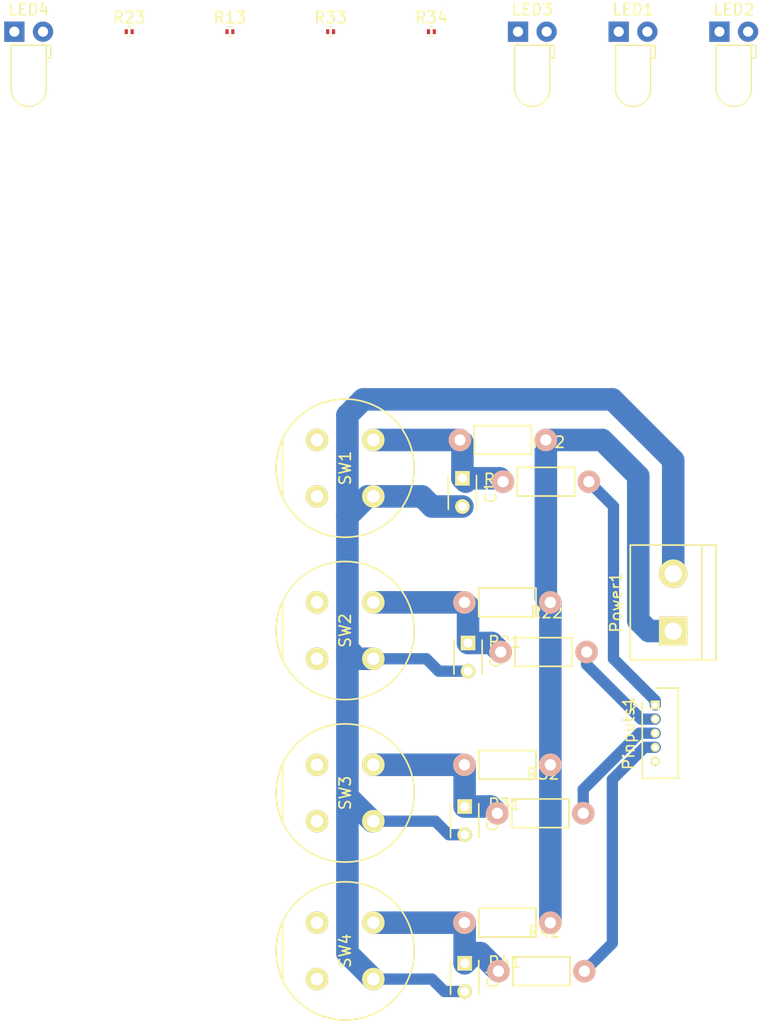
<source format=kicad_pcb>
(kicad_pcb (version 4) (host pcbnew 4.0.6-e0-6349~53~ubuntu16.04.1)

  (general
    (links 40)
    (no_connects 12)
    (area 0 0 0 0)
    (thickness 1.6)
    (drawings 0)
    (tracks 74)
    (zones 0)
    (modules 26)
    (nets 16)
  )

  (page A4)
  (layers
    (0 F.Cu signal)
    (31 B.Cu signal)
    (32 B.Adhes user)
    (33 F.Adhes user)
    (34 B.Paste user)
    (35 F.Paste user)
    (36 B.SilkS user)
    (37 F.SilkS user)
    (38 B.Mask user)
    (39 F.Mask user)
    (40 Dwgs.User user)
    (41 Cmts.User user)
    (42 Eco1.User user)
    (43 Eco2.User user)
    (44 Edge.Cuts user)
    (45 Margin user)
    (46 B.CrtYd user)
    (47 F.CrtYd user)
    (48 B.Fab user)
    (49 F.Fab user)
  )

  (setup
    (last_trace_width 2)
    (trace_clearance 0.2)
    (zone_clearance 0.508)
    (zone_45_only no)
    (trace_min 0.2)
    (segment_width 0.2)
    (edge_width 0.15)
    (via_size 0.6)
    (via_drill 0.4)
    (via_min_size 0.4)
    (via_min_drill 0.3)
    (uvia_size 0.3)
    (uvia_drill 0.1)
    (uvias_allowed no)
    (uvia_min_size 0.2)
    (uvia_min_drill 0.1)
    (pcb_text_width 0.3)
    (pcb_text_size 1.5 1.5)
    (mod_edge_width 0.15)
    (mod_text_size 1 1)
    (mod_text_width 0.15)
    (pad_size 1.524 1.524)
    (pad_drill 0.762)
    (pad_to_mask_clearance 0.2)
    (aux_axis_origin 0 0)
    (visible_elements FFFFFF7F)
    (pcbplotparams
      (layerselection 0x00030_80000001)
      (usegerberextensions false)
      (excludeedgelayer true)
      (linewidth 0.100000)
      (plotframeref false)
      (viasonmask false)
      (mode 1)
      (useauxorigin false)
      (hpglpennumber 1)
      (hpglpenspeed 20)
      (hpglpendiameter 15)
      (hpglpenoverlay 2)
      (psnegative false)
      (psa4output false)
      (plotreference true)
      (plotvalue true)
      (plotinvisibletext false)
      (padsonsilk false)
      (subtractmaskfromsilk false)
      (outputformat 1)
      (mirror false)
      (drillshape 1)
      (scaleselection 1)
      (outputdirectory ""))
  )

  (net 0 "")
  (net 1 "Net-(C1-Pad1)")
  (net 2 GND)
  (net 3 "Net-(C2-Pad1)")
  (net 4 "Net-(C3-Pad1)")
  (net 5 "Net-(C4-Pad1)")
  (net 6 "Net-(Pinputs1-Pad1)")
  (net 7 "Net-(Pinputs1-Pad2)")
  (net 8 "Net-(Pinputs1-Pad3)")
  (net 9 "Net-(Pinputs1-Pad4)")
  (net 10 "Net-(Pinputs1-Pad5)")
  (net 11 +3V3)
  (net 12 "Net-(LED1-Pad2)")
  (net 13 "Net-(LED2-Pad2)")
  (net 14 "Net-(LED3-Pad2)")
  (net 15 "Net-(LED4-Pad2)")

  (net_class Default "This is the default net class."
    (clearance 0.2)
    (trace_width 2)
    (via_dia 0.6)
    (via_drill 0.4)
    (uvia_dia 0.3)
    (uvia_drill 0.1)
    (add_net +3V3)
    (add_net GND)
    (add_net "Net-(C1-Pad1)")
    (add_net "Net-(C2-Pad1)")
    (add_net "Net-(C3-Pad1)")
    (add_net "Net-(C4-Pad1)")
    (add_net "Net-(LED1-Pad2)")
    (add_net "Net-(LED2-Pad2)")
    (add_net "Net-(LED3-Pad2)")
    (add_net "Net-(LED4-Pad2)")
    (add_net "Net-(Pinputs1-Pad1)")
    (add_net "Net-(Pinputs1-Pad2)")
    (add_net "Net-(Pinputs1-Pad3)")
    (add_net "Net-(Pinputs1-Pad4)")
    (add_net "Net-(Pinputs1-Pad5)")
  )

  (module Capacitors_ThroughHole:C_Disc_D3_P2.5 (layer F.Cu) (tedit 0) (tstamp 58E0DC88)
    (at 140.2 71.6 270)
    (descr "Capacitor 3mm Disc, Pitch 2.5mm")
    (tags Capacitor)
    (path /58E0D734)
    (fp_text reference C1 (at 1.25 -2.5 270) (layer F.SilkS)
      (effects (font (size 1 1) (thickness 0.15)))
    )
    (fp_text value 100uF (at 1.25 2.5 270) (layer F.Fab)
      (effects (font (size 1 1) (thickness 0.15)))
    )
    (fp_line (start -0.9 -1.5) (end 3.4 -1.5) (layer F.CrtYd) (width 0.05))
    (fp_line (start 3.4 -1.5) (end 3.4 1.5) (layer F.CrtYd) (width 0.05))
    (fp_line (start 3.4 1.5) (end -0.9 1.5) (layer F.CrtYd) (width 0.05))
    (fp_line (start -0.9 1.5) (end -0.9 -1.5) (layer F.CrtYd) (width 0.05))
    (fp_line (start -0.25 -1.25) (end 2.75 -1.25) (layer F.SilkS) (width 0.15))
    (fp_line (start 2.75 1.25) (end -0.25 1.25) (layer F.SilkS) (width 0.15))
    (pad 1 thru_hole rect (at 0 0 270) (size 1.3 1.3) (drill 0.8) (layers *.Cu *.Mask F.SilkS)
      (net 1 "Net-(C1-Pad1)"))
    (pad 2 thru_hole circle (at 2.5 0 270) (size 1.3 1.3) (drill 0.8001) (layers *.Cu *.Mask F.SilkS)
      (net 2 GND))
    (model Capacitors_ThroughHole.3dshapes/C_Disc_D3_P2.5.wrl
      (at (xyz 0.0492126 0 0))
      (scale (xyz 1 1 1))
      (rotate (xyz 0 0 0))
    )
  )

  (module Capacitors_ThroughHole:C_Disc_D3_P2.5 (layer F.Cu) (tedit 0) (tstamp 58E0DC8E)
    (at 140.7 86.2 270)
    (descr "Capacitor 3mm Disc, Pitch 2.5mm")
    (tags Capacitor)
    (path /58E0DE7F)
    (fp_text reference C2 (at 1.25 -2.5 270) (layer F.SilkS)
      (effects (font (size 1 1) (thickness 0.15)))
    )
    (fp_text value 100uF (at 1.25 2.5 270) (layer F.Fab)
      (effects (font (size 1 1) (thickness 0.15)))
    )
    (fp_line (start -0.9 -1.5) (end 3.4 -1.5) (layer F.CrtYd) (width 0.05))
    (fp_line (start 3.4 -1.5) (end 3.4 1.5) (layer F.CrtYd) (width 0.05))
    (fp_line (start 3.4 1.5) (end -0.9 1.5) (layer F.CrtYd) (width 0.05))
    (fp_line (start -0.9 1.5) (end -0.9 -1.5) (layer F.CrtYd) (width 0.05))
    (fp_line (start -0.25 -1.25) (end 2.75 -1.25) (layer F.SilkS) (width 0.15))
    (fp_line (start 2.75 1.25) (end -0.25 1.25) (layer F.SilkS) (width 0.15))
    (pad 1 thru_hole rect (at 0 0 270) (size 1.3 1.3) (drill 0.8) (layers *.Cu *.Mask F.SilkS)
      (net 3 "Net-(C2-Pad1)"))
    (pad 2 thru_hole circle (at 2.5 0 270) (size 1.3 1.3) (drill 0.8001) (layers *.Cu *.Mask F.SilkS)
      (net 2 GND))
    (model Capacitors_ThroughHole.3dshapes/C_Disc_D3_P2.5.wrl
      (at (xyz 0.0492126 0 0))
      (scale (xyz 1 1 1))
      (rotate (xyz 0 0 0))
    )
  )

  (module Capacitors_ThroughHole:C_Disc_D3_P2.5 (layer F.Cu) (tedit 0) (tstamp 58E0DC94)
    (at 140.4 100.7 270)
    (descr "Capacitor 3mm Disc, Pitch 2.5mm")
    (tags Capacitor)
    (path /58E0E009)
    (fp_text reference C3 (at 1.25 -2.5 270) (layer F.SilkS)
      (effects (font (size 1 1) (thickness 0.15)))
    )
    (fp_text value 100uF (at 1.25 2.5 270) (layer F.Fab)
      (effects (font (size 1 1) (thickness 0.15)))
    )
    (fp_line (start -0.9 -1.5) (end 3.4 -1.5) (layer F.CrtYd) (width 0.05))
    (fp_line (start 3.4 -1.5) (end 3.4 1.5) (layer F.CrtYd) (width 0.05))
    (fp_line (start 3.4 1.5) (end -0.9 1.5) (layer F.CrtYd) (width 0.05))
    (fp_line (start -0.9 1.5) (end -0.9 -1.5) (layer F.CrtYd) (width 0.05))
    (fp_line (start -0.25 -1.25) (end 2.75 -1.25) (layer F.SilkS) (width 0.15))
    (fp_line (start 2.75 1.25) (end -0.25 1.25) (layer F.SilkS) (width 0.15))
    (pad 1 thru_hole rect (at 0 0 270) (size 1.3 1.3) (drill 0.8) (layers *.Cu *.Mask F.SilkS)
      (net 4 "Net-(C3-Pad1)"))
    (pad 2 thru_hole circle (at 2.5 0 270) (size 1.3 1.3) (drill 0.8001) (layers *.Cu *.Mask F.SilkS)
      (net 2 GND))
    (model Capacitors_ThroughHole.3dshapes/C_Disc_D3_P2.5.wrl
      (at (xyz 0.0492126 0 0))
      (scale (xyz 1 1 1))
      (rotate (xyz 0 0 0))
    )
  )

  (module Capacitors_ThroughHole:C_Disc_D3_P2.5 (layer F.Cu) (tedit 0) (tstamp 58E0DC9A)
    (at 140.4 114.6 270)
    (descr "Capacitor 3mm Disc, Pitch 2.5mm")
    (tags Capacitor)
    (path /58E0E213)
    (fp_text reference C4 (at 1.25 -2.5 270) (layer F.SilkS)
      (effects (font (size 1 1) (thickness 0.15)))
    )
    (fp_text value 100uF (at 1.25 2.5 270) (layer F.Fab)
      (effects (font (size 1 1) (thickness 0.15)))
    )
    (fp_line (start -0.9 -1.5) (end 3.4 -1.5) (layer F.CrtYd) (width 0.05))
    (fp_line (start 3.4 -1.5) (end 3.4 1.5) (layer F.CrtYd) (width 0.05))
    (fp_line (start 3.4 1.5) (end -0.9 1.5) (layer F.CrtYd) (width 0.05))
    (fp_line (start -0.9 1.5) (end -0.9 -1.5) (layer F.CrtYd) (width 0.05))
    (fp_line (start -0.25 -1.25) (end 2.75 -1.25) (layer F.SilkS) (width 0.15))
    (fp_line (start 2.75 1.25) (end -0.25 1.25) (layer F.SilkS) (width 0.15))
    (pad 1 thru_hole rect (at 0 0 270) (size 1.3 1.3) (drill 0.8) (layers *.Cu *.Mask F.SilkS)
      (net 5 "Net-(C4-Pad1)"))
    (pad 2 thru_hole circle (at 2.5 0 270) (size 1.3 1.3) (drill 0.8001) (layers *.Cu *.Mask F.SilkS)
      (net 2 GND))
    (model Capacitors_ThroughHole.3dshapes/C_Disc_D3_P2.5.wrl
      (at (xyz 0.0492126 0 0))
      (scale (xyz 1 1 1))
      (rotate (xyz 0 0 0))
    )
  )

  (module Resistors_ThroughHole:Resistor_Horizontal_RM7mm (layer F.Cu) (tedit 569FCF07) (tstamp 58E0DCB0)
    (at 147.6 68.2 180)
    (descr "Resistor, Axial,  RM 7.62mm, 1/3W,")
    (tags "Resistor Axial RM 7.62mm 1/3W R3")
    (path /58E0D645)
    (fp_text reference R11 (at 4.05892 -3.50012 180) (layer F.SilkS)
      (effects (font (size 1 1) (thickness 0.15)))
    )
    (fp_text value 10k (at 3.81 3.81 180) (layer F.Fab)
      (effects (font (size 1 1) (thickness 0.15)))
    )
    (fp_line (start -1.25 -1.5) (end 8.85 -1.5) (layer F.CrtYd) (width 0.05))
    (fp_line (start -1.25 1.5) (end -1.25 -1.5) (layer F.CrtYd) (width 0.05))
    (fp_line (start 8.85 -1.5) (end 8.85 1.5) (layer F.CrtYd) (width 0.05))
    (fp_line (start -1.25 1.5) (end 8.85 1.5) (layer F.CrtYd) (width 0.05))
    (fp_line (start 1.27 -1.27) (end 6.35 -1.27) (layer F.SilkS) (width 0.15))
    (fp_line (start 6.35 -1.27) (end 6.35 1.27) (layer F.SilkS) (width 0.15))
    (fp_line (start 6.35 1.27) (end 1.27 1.27) (layer F.SilkS) (width 0.15))
    (fp_line (start 1.27 1.27) (end 1.27 -1.27) (layer F.SilkS) (width 0.15))
    (pad 1 thru_hole circle (at 0 0 180) (size 1.99898 1.99898) (drill 1.00076) (layers *.Cu *.SilkS *.Mask)
      (net 11 +3V3))
    (pad 2 thru_hole circle (at 7.62 0 180) (size 1.99898 1.99898) (drill 1.00076) (layers *.Cu *.SilkS *.Mask)
      (net 1 "Net-(C1-Pad1)"))
  )

  (module Resistors_ThroughHole:Resistor_Horizontal_RM7mm (layer F.Cu) (tedit 569FCF07) (tstamp 58E0DCB6)
    (at 143.8 71.9)
    (descr "Resistor, Axial,  RM 7.62mm, 1/3W,")
    (tags "Resistor Axial RM 7.62mm 1/3W R3")
    (path /58E0D704)
    (fp_text reference R12 (at 4.05892 -3.50012) (layer F.SilkS)
      (effects (font (size 1 1) (thickness 0.15)))
    )
    (fp_text value 1k (at 3.81 3.81) (layer F.Fab)
      (effects (font (size 1 1) (thickness 0.15)))
    )
    (fp_line (start -1.25 -1.5) (end 8.85 -1.5) (layer F.CrtYd) (width 0.05))
    (fp_line (start -1.25 1.5) (end -1.25 -1.5) (layer F.CrtYd) (width 0.05))
    (fp_line (start 8.85 -1.5) (end 8.85 1.5) (layer F.CrtYd) (width 0.05))
    (fp_line (start -1.25 1.5) (end 8.85 1.5) (layer F.CrtYd) (width 0.05))
    (fp_line (start 1.27 -1.27) (end 6.35 -1.27) (layer F.SilkS) (width 0.15))
    (fp_line (start 6.35 -1.27) (end 6.35 1.27) (layer F.SilkS) (width 0.15))
    (fp_line (start 6.35 1.27) (end 1.27 1.27) (layer F.SilkS) (width 0.15))
    (fp_line (start 1.27 1.27) (end 1.27 -1.27) (layer F.SilkS) (width 0.15))
    (pad 1 thru_hole circle (at 0 0) (size 1.99898 1.99898) (drill 1.00076) (layers *.Cu *.SilkS *.Mask)
      (net 1 "Net-(C1-Pad1)"))
    (pad 2 thru_hole circle (at 7.62 0) (size 1.99898 1.99898) (drill 1.00076) (layers *.Cu *.SilkS *.Mask)
      (net 6 "Net-(Pinputs1-Pad1)"))
  )

  (module Resistors_ThroughHole:Resistor_Horizontal_RM7mm (layer F.Cu) (tedit 569FCF07) (tstamp 58E0DCBC)
    (at 148 82.6 180)
    (descr "Resistor, Axial,  RM 7.62mm, 1/3W,")
    (tags "Resistor Axial RM 7.62mm 1/3W R3")
    (path /58E0DE73)
    (fp_text reference R21 (at 4.05892 -3.50012 180) (layer F.SilkS)
      (effects (font (size 1 1) (thickness 0.15)))
    )
    (fp_text value 10k (at 3.81 3.81 180) (layer F.Fab)
      (effects (font (size 1 1) (thickness 0.15)))
    )
    (fp_line (start -1.25 -1.5) (end 8.85 -1.5) (layer F.CrtYd) (width 0.05))
    (fp_line (start -1.25 1.5) (end -1.25 -1.5) (layer F.CrtYd) (width 0.05))
    (fp_line (start 8.85 -1.5) (end 8.85 1.5) (layer F.CrtYd) (width 0.05))
    (fp_line (start -1.25 1.5) (end 8.85 1.5) (layer F.CrtYd) (width 0.05))
    (fp_line (start 1.27 -1.27) (end 6.35 -1.27) (layer F.SilkS) (width 0.15))
    (fp_line (start 6.35 -1.27) (end 6.35 1.27) (layer F.SilkS) (width 0.15))
    (fp_line (start 6.35 1.27) (end 1.27 1.27) (layer F.SilkS) (width 0.15))
    (fp_line (start 1.27 1.27) (end 1.27 -1.27) (layer F.SilkS) (width 0.15))
    (pad 1 thru_hole circle (at 0 0 180) (size 1.99898 1.99898) (drill 1.00076) (layers *.Cu *.SilkS *.Mask)
      (net 11 +3V3))
    (pad 2 thru_hole circle (at 7.62 0 180) (size 1.99898 1.99898) (drill 1.00076) (layers *.Cu *.SilkS *.Mask)
      (net 3 "Net-(C2-Pad1)"))
  )

  (module Resistors_ThroughHole:Resistor_Horizontal_RM7mm (layer F.Cu) (tedit 569FCF07) (tstamp 58E0DCC2)
    (at 143.6 87)
    (descr "Resistor, Axial,  RM 7.62mm, 1/3W,")
    (tags "Resistor Axial RM 7.62mm 1/3W R3")
    (path /58E0DE79)
    (fp_text reference R22 (at 4.05892 -3.50012) (layer F.SilkS)
      (effects (font (size 1 1) (thickness 0.15)))
    )
    (fp_text value 1k (at 3.81 3.81) (layer F.Fab)
      (effects (font (size 1 1) (thickness 0.15)))
    )
    (fp_line (start -1.25 -1.5) (end 8.85 -1.5) (layer F.CrtYd) (width 0.05))
    (fp_line (start -1.25 1.5) (end -1.25 -1.5) (layer F.CrtYd) (width 0.05))
    (fp_line (start 8.85 -1.5) (end 8.85 1.5) (layer F.CrtYd) (width 0.05))
    (fp_line (start -1.25 1.5) (end 8.85 1.5) (layer F.CrtYd) (width 0.05))
    (fp_line (start 1.27 -1.27) (end 6.35 -1.27) (layer F.SilkS) (width 0.15))
    (fp_line (start 6.35 -1.27) (end 6.35 1.27) (layer F.SilkS) (width 0.15))
    (fp_line (start 6.35 1.27) (end 1.27 1.27) (layer F.SilkS) (width 0.15))
    (fp_line (start 1.27 1.27) (end 1.27 -1.27) (layer F.SilkS) (width 0.15))
    (pad 1 thru_hole circle (at 0 0) (size 1.99898 1.99898) (drill 1.00076) (layers *.Cu *.SilkS *.Mask)
      (net 3 "Net-(C2-Pad1)"))
    (pad 2 thru_hole circle (at 7.62 0) (size 1.99898 1.99898) (drill 1.00076) (layers *.Cu *.SilkS *.Mask)
      (net 7 "Net-(Pinputs1-Pad2)"))
  )

  (module Resistors_ThroughHole:Resistor_Horizontal_RM7mm (layer F.Cu) (tedit 569FCF07) (tstamp 58E0DCC8)
    (at 148 97 180)
    (descr "Resistor, Axial,  RM 7.62mm, 1/3W,")
    (tags "Resistor Axial RM 7.62mm 1/3W R3")
    (path /58E0DFFD)
    (fp_text reference R31 (at 4.05892 -3.50012 180) (layer F.SilkS)
      (effects (font (size 1 1) (thickness 0.15)))
    )
    (fp_text value 10k (at 3.81 3.81 180) (layer F.Fab)
      (effects (font (size 1 1) (thickness 0.15)))
    )
    (fp_line (start -1.25 -1.5) (end 8.85 -1.5) (layer F.CrtYd) (width 0.05))
    (fp_line (start -1.25 1.5) (end -1.25 -1.5) (layer F.CrtYd) (width 0.05))
    (fp_line (start 8.85 -1.5) (end 8.85 1.5) (layer F.CrtYd) (width 0.05))
    (fp_line (start -1.25 1.5) (end 8.85 1.5) (layer F.CrtYd) (width 0.05))
    (fp_line (start 1.27 -1.27) (end 6.35 -1.27) (layer F.SilkS) (width 0.15))
    (fp_line (start 6.35 -1.27) (end 6.35 1.27) (layer F.SilkS) (width 0.15))
    (fp_line (start 6.35 1.27) (end 1.27 1.27) (layer F.SilkS) (width 0.15))
    (fp_line (start 1.27 1.27) (end 1.27 -1.27) (layer F.SilkS) (width 0.15))
    (pad 1 thru_hole circle (at 0 0 180) (size 1.99898 1.99898) (drill 1.00076) (layers *.Cu *.SilkS *.Mask)
      (net 11 +3V3))
    (pad 2 thru_hole circle (at 7.62 0 180) (size 1.99898 1.99898) (drill 1.00076) (layers *.Cu *.SilkS *.Mask)
      (net 4 "Net-(C3-Pad1)"))
  )

  (module Resistors_ThroughHole:Resistor_Horizontal_RM7mm (layer F.Cu) (tedit 569FCF07) (tstamp 58E0DCCE)
    (at 143.3 101.3)
    (descr "Resistor, Axial,  RM 7.62mm, 1/3W,")
    (tags "Resistor Axial RM 7.62mm 1/3W R3")
    (path /58E0E003)
    (fp_text reference R32 (at 4.05892 -3.50012) (layer F.SilkS)
      (effects (font (size 1 1) (thickness 0.15)))
    )
    (fp_text value 1k (at 3.81 3.81) (layer F.Fab)
      (effects (font (size 1 1) (thickness 0.15)))
    )
    (fp_line (start -1.25 -1.5) (end 8.85 -1.5) (layer F.CrtYd) (width 0.05))
    (fp_line (start -1.25 1.5) (end -1.25 -1.5) (layer F.CrtYd) (width 0.05))
    (fp_line (start 8.85 -1.5) (end 8.85 1.5) (layer F.CrtYd) (width 0.05))
    (fp_line (start -1.25 1.5) (end 8.85 1.5) (layer F.CrtYd) (width 0.05))
    (fp_line (start 1.27 -1.27) (end 6.35 -1.27) (layer F.SilkS) (width 0.15))
    (fp_line (start 6.35 -1.27) (end 6.35 1.27) (layer F.SilkS) (width 0.15))
    (fp_line (start 6.35 1.27) (end 1.27 1.27) (layer F.SilkS) (width 0.15))
    (fp_line (start 1.27 1.27) (end 1.27 -1.27) (layer F.SilkS) (width 0.15))
    (pad 1 thru_hole circle (at 0 0) (size 1.99898 1.99898) (drill 1.00076) (layers *.Cu *.SilkS *.Mask)
      (net 4 "Net-(C3-Pad1)"))
    (pad 2 thru_hole circle (at 7.62 0) (size 1.99898 1.99898) (drill 1.00076) (layers *.Cu *.SilkS *.Mask)
      (net 8 "Net-(Pinputs1-Pad3)"))
  )

  (module Resistors_ThroughHole:Resistor_Horizontal_RM7mm (layer F.Cu) (tedit 569FCF07) (tstamp 58E0DCD4)
    (at 148 111 180)
    (descr "Resistor, Axial,  RM 7.62mm, 1/3W,")
    (tags "Resistor Axial RM 7.62mm 1/3W R3")
    (path /58E0E207)
    (fp_text reference R41 (at 4.05892 -3.50012 180) (layer F.SilkS)
      (effects (font (size 1 1) (thickness 0.15)))
    )
    (fp_text value 10k (at 3.81 3.81 180) (layer F.Fab)
      (effects (font (size 1 1) (thickness 0.15)))
    )
    (fp_line (start -1.25 -1.5) (end 8.85 -1.5) (layer F.CrtYd) (width 0.05))
    (fp_line (start -1.25 1.5) (end -1.25 -1.5) (layer F.CrtYd) (width 0.05))
    (fp_line (start 8.85 -1.5) (end 8.85 1.5) (layer F.CrtYd) (width 0.05))
    (fp_line (start -1.25 1.5) (end 8.85 1.5) (layer F.CrtYd) (width 0.05))
    (fp_line (start 1.27 -1.27) (end 6.35 -1.27) (layer F.SilkS) (width 0.15))
    (fp_line (start 6.35 -1.27) (end 6.35 1.27) (layer F.SilkS) (width 0.15))
    (fp_line (start 6.35 1.27) (end 1.27 1.27) (layer F.SilkS) (width 0.15))
    (fp_line (start 1.27 1.27) (end 1.27 -1.27) (layer F.SilkS) (width 0.15))
    (pad 1 thru_hole circle (at 0 0 180) (size 1.99898 1.99898) (drill 1.00076) (layers *.Cu *.SilkS *.Mask)
      (net 11 +3V3))
    (pad 2 thru_hole circle (at 7.62 0 180) (size 1.99898 1.99898) (drill 1.00076) (layers *.Cu *.SilkS *.Mask)
      (net 5 "Net-(C4-Pad1)"))
  )

  (module Resistors_ThroughHole:Resistor_Horizontal_RM7mm (layer F.Cu) (tedit 569FCF07) (tstamp 58E0DCDA)
    (at 143.4 115.3)
    (descr "Resistor, Axial,  RM 7.62mm, 1/3W,")
    (tags "Resistor Axial RM 7.62mm 1/3W R3")
    (path /58E0E20D)
    (fp_text reference R42 (at 4.05892 -3.50012) (layer F.SilkS)
      (effects (font (size 1 1) (thickness 0.15)))
    )
    (fp_text value 1k (at 3.81 3.81) (layer F.Fab)
      (effects (font (size 1 1) (thickness 0.15)))
    )
    (fp_line (start -1.25 -1.5) (end 8.85 -1.5) (layer F.CrtYd) (width 0.05))
    (fp_line (start -1.25 1.5) (end -1.25 -1.5) (layer F.CrtYd) (width 0.05))
    (fp_line (start 8.85 -1.5) (end 8.85 1.5) (layer F.CrtYd) (width 0.05))
    (fp_line (start -1.25 1.5) (end 8.85 1.5) (layer F.CrtYd) (width 0.05))
    (fp_line (start 1.27 -1.27) (end 6.35 -1.27) (layer F.SilkS) (width 0.15))
    (fp_line (start 6.35 -1.27) (end 6.35 1.27) (layer F.SilkS) (width 0.15))
    (fp_line (start 6.35 1.27) (end 1.27 1.27) (layer F.SilkS) (width 0.15))
    (fp_line (start 1.27 1.27) (end 1.27 -1.27) (layer F.SilkS) (width 0.15))
    (pad 1 thru_hole circle (at 0 0) (size 1.99898 1.99898) (drill 1.00076) (layers *.Cu *.SilkS *.Mask)
      (net 5 "Net-(C4-Pad1)"))
    (pad 2 thru_hole circle (at 7.62 0) (size 1.99898 1.99898) (drill 1.00076) (layers *.Cu *.SilkS *.Mask)
      (net 9 "Net-(Pinputs1-Pad4)"))
  )

  (module Buttons_Switches_ThroughHole:Push_E-Switch_KS01Q01 (layer F.Cu) (tedit 54BFC791) (tstamp 58E0DCE2)
    (at 132.3 68.2 270)
    (descr "E-Switch KS01Q01")
    (tags "Push Button")
    (path /58E0D787)
    (fp_text reference SW1 (at 2.5 2.5 270) (layer F.SilkS)
      (effects (font (size 1 1) (thickness 0.15)))
    )
    (fp_text value SW_PUSH (at 2.5 -2.04914 270) (layer F.Fab)
      (effects (font (size 1 1) (thickness 0.15)))
    )
    (fp_circle (center 2.5 2.5) (end 8.95 2.5) (layer F.CrtYd) (width 0.05))
    (fp_circle (center 2.5 2.5) (end 8.625 2.5) (layer F.SilkS) (width 0.15))
    (fp_line (start 5.10096 8.04962) (end -0.10096 8.04962) (layer F.SilkS) (width 0.15))
    (pad 1 thru_hole circle (at 0 0 270) (size 2 2) (drill 1.1) (layers *.Cu *.Mask F.SilkS)
      (net 1 "Net-(C1-Pad1)"))
    (pad 2 thru_hole circle (at 5 0 270) (size 2 2) (drill 1.1) (layers *.Cu *.Mask F.SilkS)
      (net 2 GND))
    (pad 4 thru_hole circle (at 5 5 270) (size 2 2) (drill 1.1) (layers *.Cu *.Mask F.SilkS))
    (pad 3 thru_hole circle (at 0 5 270) (size 2 2) (drill 1.1) (layers *.Cu *.Mask F.SilkS))
    (model Buttons_Switches_ThroughHole.3dshapes/Push_E-Switch_KS01Q01.wrl
      (at (xyz 0.1 -0.1 0))
      (scale (xyz 1 1 1))
      (rotate (xyz 0 0 0))
    )
  )

  (module Buttons_Switches_ThroughHole:Push_E-Switch_KS01Q01 (layer F.Cu) (tedit 54BFC791) (tstamp 58E0DCEA)
    (at 132.3 82.6 270)
    (descr "E-Switch KS01Q01")
    (tags "Push Button")
    (path /58E0DE85)
    (fp_text reference SW2 (at 2.5 2.5 270) (layer F.SilkS)
      (effects (font (size 1 1) (thickness 0.15)))
    )
    (fp_text value SW_PUSH (at 2.5 -2.04914 270) (layer F.Fab)
      (effects (font (size 1 1) (thickness 0.15)))
    )
    (fp_circle (center 2.5 2.5) (end 8.95 2.5) (layer F.CrtYd) (width 0.05))
    (fp_circle (center 2.5 2.5) (end 8.625 2.5) (layer F.SilkS) (width 0.15))
    (fp_line (start 5.10096 8.04962) (end -0.10096 8.04962) (layer F.SilkS) (width 0.15))
    (pad 1 thru_hole circle (at 0 0 270) (size 2 2) (drill 1.1) (layers *.Cu *.Mask F.SilkS)
      (net 3 "Net-(C2-Pad1)"))
    (pad 2 thru_hole circle (at 5 0 270) (size 2 2) (drill 1.1) (layers *.Cu *.Mask F.SilkS)
      (net 2 GND))
    (pad 4 thru_hole circle (at 5 5 270) (size 2 2) (drill 1.1) (layers *.Cu *.Mask F.SilkS))
    (pad 3 thru_hole circle (at 0 5 270) (size 2 2) (drill 1.1) (layers *.Cu *.Mask F.SilkS))
    (model Buttons_Switches_ThroughHole.3dshapes/Push_E-Switch_KS01Q01.wrl
      (at (xyz 0.1 -0.1 0))
      (scale (xyz 1 1 1))
      (rotate (xyz 0 0 0))
    )
  )

  (module Buttons_Switches_ThroughHole:Push_E-Switch_KS01Q01 (layer F.Cu) (tedit 54BFC791) (tstamp 58E0DCF2)
    (at 132.3 97 270)
    (descr "E-Switch KS01Q01")
    (tags "Push Button")
    (path /58E0E00F)
    (fp_text reference SW3 (at 2.5 2.5 270) (layer F.SilkS)
      (effects (font (size 1 1) (thickness 0.15)))
    )
    (fp_text value SW_PUSH (at 2.5 -2.04914 270) (layer F.Fab)
      (effects (font (size 1 1) (thickness 0.15)))
    )
    (fp_circle (center 2.5 2.5) (end 8.95 2.5) (layer F.CrtYd) (width 0.05))
    (fp_circle (center 2.5 2.5) (end 8.625 2.5) (layer F.SilkS) (width 0.15))
    (fp_line (start 5.10096 8.04962) (end -0.10096 8.04962) (layer F.SilkS) (width 0.15))
    (pad 1 thru_hole circle (at 0 0 270) (size 2 2) (drill 1.1) (layers *.Cu *.Mask F.SilkS)
      (net 4 "Net-(C3-Pad1)"))
    (pad 2 thru_hole circle (at 5 0 270) (size 2 2) (drill 1.1) (layers *.Cu *.Mask F.SilkS)
      (net 2 GND))
    (pad 4 thru_hole circle (at 5 5 270) (size 2 2) (drill 1.1) (layers *.Cu *.Mask F.SilkS))
    (pad 3 thru_hole circle (at 0 5 270) (size 2 2) (drill 1.1) (layers *.Cu *.Mask F.SilkS))
    (model Buttons_Switches_ThroughHole.3dshapes/Push_E-Switch_KS01Q01.wrl
      (at (xyz 0.1 -0.1 0))
      (scale (xyz 1 1 1))
      (rotate (xyz 0 0 0))
    )
  )

  (module Buttons_Switches_ThroughHole:Push_E-Switch_KS01Q01 (layer F.Cu) (tedit 54BFC791) (tstamp 58E0DCFA)
    (at 132.3 111 270)
    (descr "E-Switch KS01Q01")
    (tags "Push Button")
    (path /58E0E219)
    (fp_text reference SW4 (at 2.5 2.5 270) (layer F.SilkS)
      (effects (font (size 1 1) (thickness 0.15)))
    )
    (fp_text value SW_PUSH (at 2.5 -2.04914 270) (layer F.Fab)
      (effects (font (size 1 1) (thickness 0.15)))
    )
    (fp_circle (center 2.5 2.5) (end 8.95 2.5) (layer F.CrtYd) (width 0.05))
    (fp_circle (center 2.5 2.5) (end 8.625 2.5) (layer F.SilkS) (width 0.15))
    (fp_line (start 5.10096 8.04962) (end -0.10096 8.04962) (layer F.SilkS) (width 0.15))
    (pad 1 thru_hole circle (at 0 0 270) (size 2 2) (drill 1.1) (layers *.Cu *.Mask F.SilkS)
      (net 5 "Net-(C4-Pad1)"))
    (pad 2 thru_hole circle (at 5 0 270) (size 2 2) (drill 1.1) (layers *.Cu *.Mask F.SilkS)
      (net 2 GND))
    (pad 4 thru_hole circle (at 5 5 270) (size 2 2) (drill 1.1) (layers *.Cu *.Mask F.SilkS))
    (pad 3 thru_hole circle (at 0 5 270) (size 2 2) (drill 1.1) (layers *.Cu *.Mask F.SilkS))
    (model Buttons_Switches_ThroughHole.3dshapes/Push_E-Switch_KS01Q01.wrl
      (at (xyz 0.1 -0.1 0))
      (scale (xyz 1 1 1))
      (rotate (xyz 0 0 0))
    )
  )

  (module Connectors_Molex:Connector_Molex_PicoBlade_53047-0510 (layer F.Cu) (tedit 0) (tstamp 58E0DCA3)
    (at 157.3 91.7 270)
    (descr "Molex PicoBlade 1.25mm shrouded header. Vertical. 5 ways")
    (path /58E0D7F4)
    (fp_text reference Pinputs1 (at 2.5 2.35 270) (layer F.SilkS)
      (effects (font (size 1 1) (thickness 0.15)))
    )
    (fp_text value CONN_01X05 (at 2.5 -3.25 270) (layer F.Fab)
      (effects (font (size 1 1) (thickness 0.15)))
    )
    (fp_line (start -1.5 -0.12) (end -1.5 -2.05) (layer F.SilkS) (width 0.15))
    (fp_line (start -1.5 -2.05) (end 6.5 -2.05) (layer F.SilkS) (width 0.15))
    (fp_line (start 6.5 -2.05) (end 6.5 1.15) (layer F.SilkS) (width 0.15))
    (fp_line (start 6.5 1.15) (end -0.23 1.15) (layer F.SilkS) (width 0.15))
    (fp_line (start 0 1.65) (end 0.5 2.15) (layer F.SilkS) (width 0.15))
    (fp_line (start 0.5 2.15) (end -0.5 2.15) (layer F.SilkS) (width 0.15))
    (fp_line (start -0.5 2.15) (end 0 1.65) (layer F.SilkS) (width 0.15))
    (fp_line (start -0.23 1.15) (end -1.5 -0.12) (layer F.Fab) (width 0.2))
    (fp_line (start -1.5 -0.12) (end -1.5 -2.05) (layer F.Fab) (width 0.2))
    (fp_line (start -1.5 -2.05) (end 6.5 -2.05) (layer F.Fab) (width 0.2))
    (fp_line (start 6.5 -2.05) (end 6.5 1.15) (layer F.Fab) (width 0.2))
    (fp_line (start 6.5 1.15) (end -0.23 1.15) (layer F.Fab) (width 0.2))
    (pad 1 thru_hole rect (at 0 0 270) (size 0.8 0.8) (drill 0.5) (layers *.Cu *.Mask F.SilkS)
      (net 6 "Net-(Pinputs1-Pad1)"))
    (pad 2 thru_hole oval (at 1.25 0 270) (size 0.8 0.8) (drill 0.5) (layers *.Cu *.Mask F.SilkS)
      (net 7 "Net-(Pinputs1-Pad2)"))
    (pad 3 thru_hole oval (at 2.5 0 270) (size 0.8 0.8) (drill 0.5) (layers *.Cu *.Mask F.SilkS)
      (net 8 "Net-(Pinputs1-Pad3)"))
    (pad 4 thru_hole oval (at 3.75 0 270) (size 0.8 0.8) (drill 0.5) (layers *.Cu *.Mask F.SilkS)
      (net 9 "Net-(Pinputs1-Pad4)"))
    (pad 5 thru_hole oval (at 5 0 270) (size 0.8 0.8) (drill 0.5) (layers *.Cu *.Mask F.SilkS)
      (net 10 "Net-(Pinputs1-Pad5)"))
    (model Connectors_Molex.3dshapes/Connector_Molex_PicoBlade_53047-0510.wrl
      (at (xyz 0.0984252 0 0))
      (scale (xyz 1 1 1))
      (rotate (xyz 0 0 180))
    )
  )

  (module Connect:bornier2 (layer F.Cu) (tedit 0) (tstamp 58E0DCAA)
    (at 158.9 82.6 90)
    (descr "Bornier d'alimentation 2 pins")
    (tags DEV)
    (path /58E0D929)
    (fp_text reference Power1 (at 0 -5.08 90) (layer F.SilkS)
      (effects (font (size 1 1) (thickness 0.15)))
    )
    (fp_text value CONN_01X03 (at 0 5.08 90) (layer F.Fab)
      (effects (font (size 1 1) (thickness 0.15)))
    )
    (fp_line (start 5.08 2.54) (end -5.08 2.54) (layer F.SilkS) (width 0.15))
    (fp_line (start 5.08 3.81) (end 5.08 -3.81) (layer F.SilkS) (width 0.15))
    (fp_line (start 5.08 -3.81) (end -5.08 -3.81) (layer F.SilkS) (width 0.15))
    (fp_line (start -5.08 -3.81) (end -5.08 3.81) (layer F.SilkS) (width 0.15))
    (fp_line (start -5.08 3.81) (end 5.08 3.81) (layer F.SilkS) (width 0.15))
    (pad 1 thru_hole rect (at -2.54 0 90) (size 2.54 2.54) (drill 1.524) (layers *.Cu *.Mask F.SilkS)
      (net 11 +3V3))
    (pad 2 thru_hole circle (at 2.54 0 90) (size 2.54 2.54) (drill 1.524) (layers *.Cu *.Mask F.SilkS)
      (net 2 GND))
    (model Connect.3dshapes/bornier2.wrl
      (at (xyz 0 0 0))
      (scale (xyz 1 1 1))
      (rotate (xyz 0 0 0))
    )
  )

  (module LEDs:LED_D3.0mm_Horicontal_O1.27mm (layer F.Cu) (tedit 587A6921) (tstamp 595FA42C)
    (at 154.06571 32)
    (descr "LED, diameter 3.0mm, 2 pins")
    (tags "LED diameter 3.0mm 2 pins")
    (path /595FA595)
    (fp_text reference LED1 (at 1.27 -1.96) (layer F.SilkS)
      (effects (font (size 1 1) (thickness 0.15)))
    )
    (fp_text value LED (at 1.27 7.63) (layer F.Fab)
      (effects (font (size 1 1) (thickness 0.15)))
    )
    (fp_arc (start 1.27 5.07) (end -0.23 5.07) (angle -180) (layer F.Fab) (width 0.1))
    (fp_arc (start 1.27 5.07) (end -0.29 5.07) (angle -180) (layer F.SilkS) (width 0.12))
    (fp_line (start -0.23 1.27) (end -0.23 5.07) (layer F.Fab) (width 0.1))
    (fp_line (start 2.77 1.27) (end 2.77 5.07) (layer F.Fab) (width 0.1))
    (fp_line (start -0.23 1.27) (end 2.77 1.27) (layer F.Fab) (width 0.1))
    (fp_line (start 3.17 1.27) (end 3.17 2.27) (layer F.Fab) (width 0.1))
    (fp_line (start 3.17 2.27) (end 2.77 2.27) (layer F.Fab) (width 0.1))
    (fp_line (start 2.77 2.27) (end 2.77 1.27) (layer F.Fab) (width 0.1))
    (fp_line (start 2.77 1.27) (end 3.17 1.27) (layer F.Fab) (width 0.1))
    (fp_line (start 0 0) (end 0 1.27) (layer F.Fab) (width 0.1))
    (fp_line (start 0 1.27) (end 0 1.27) (layer F.Fab) (width 0.1))
    (fp_line (start 0 1.27) (end 0 0) (layer F.Fab) (width 0.1))
    (fp_line (start 0 0) (end 0 0) (layer F.Fab) (width 0.1))
    (fp_line (start 2.54 0) (end 2.54 1.27) (layer F.Fab) (width 0.1))
    (fp_line (start 2.54 1.27) (end 2.54 1.27) (layer F.Fab) (width 0.1))
    (fp_line (start 2.54 1.27) (end 2.54 0) (layer F.Fab) (width 0.1))
    (fp_line (start 2.54 0) (end 2.54 0) (layer F.Fab) (width 0.1))
    (fp_line (start -0.29 1.21) (end -0.29 5.07) (layer F.SilkS) (width 0.12))
    (fp_line (start 2.83 1.21) (end 2.83 5.07) (layer F.SilkS) (width 0.12))
    (fp_line (start -0.29 1.21) (end 2.83 1.21) (layer F.SilkS) (width 0.12))
    (fp_line (start 3.23 1.21) (end 3.23 2.33) (layer F.SilkS) (width 0.12))
    (fp_line (start 3.23 2.33) (end 2.83 2.33) (layer F.SilkS) (width 0.12))
    (fp_line (start 2.83 2.33) (end 2.83 1.21) (layer F.SilkS) (width 0.12))
    (fp_line (start 2.83 1.21) (end 3.23 1.21) (layer F.SilkS) (width 0.12))
    (fp_line (start 0 1.08) (end 0 1.21) (layer F.SilkS) (width 0.12))
    (fp_line (start 0 1.21) (end 0 1.21) (layer F.SilkS) (width 0.12))
    (fp_line (start 0 1.21) (end 0 1.08) (layer F.SilkS) (width 0.12))
    (fp_line (start 0 1.08) (end 0 1.08) (layer F.SilkS) (width 0.12))
    (fp_line (start 2.54 1.08) (end 2.54 1.21) (layer F.SilkS) (width 0.12))
    (fp_line (start 2.54 1.21) (end 2.54 1.21) (layer F.SilkS) (width 0.12))
    (fp_line (start 2.54 1.21) (end 2.54 1.08) (layer F.SilkS) (width 0.12))
    (fp_line (start 2.54 1.08) (end 2.54 1.08) (layer F.SilkS) (width 0.12))
    (fp_line (start -1.25 -1.25) (end -1.25 6.9) (layer F.CrtYd) (width 0.05))
    (fp_line (start -1.25 6.9) (end 3.75 6.9) (layer F.CrtYd) (width 0.05))
    (fp_line (start 3.75 6.9) (end 3.75 -1.25) (layer F.CrtYd) (width 0.05))
    (fp_line (start 3.75 -1.25) (end -1.25 -1.25) (layer F.CrtYd) (width 0.05))
    (pad 1 thru_hole rect (at 0 0) (size 1.8 1.8) (drill 0.9) (layers *.Cu *.Mask)
      (net 1 "Net-(C1-Pad1)"))
    (pad 2 thru_hole circle (at 2.54 0) (size 1.8 1.8) (drill 0.9) (layers *.Cu *.Mask)
      (net 12 "Net-(LED1-Pad2)"))
    (model LEDs.3dshapes/LED_D3.0mm_Horicontal_O1.27mm.wrl
      (at (xyz 0 0 0))
      (scale (xyz 0.393701 0.393701 0.393701))
      (rotate (xyz 0 0 0))
    )
  )

  (module LEDs:LED_D3.0mm_Horicontal_O1.27mm (layer F.Cu) (tedit 587A6921) (tstamp 595FA432)
    (at 162.999995 32)
    (descr "LED, diameter 3.0mm, 2 pins")
    (tags "LED diameter 3.0mm 2 pins")
    (path /595FAD85)
    (fp_text reference LED2 (at 1.27 -1.96) (layer F.SilkS)
      (effects (font (size 1 1) (thickness 0.15)))
    )
    (fp_text value LED (at 1.27 7.63) (layer F.Fab)
      (effects (font (size 1 1) (thickness 0.15)))
    )
    (fp_arc (start 1.27 5.07) (end -0.23 5.07) (angle -180) (layer F.Fab) (width 0.1))
    (fp_arc (start 1.27 5.07) (end -0.29 5.07) (angle -180) (layer F.SilkS) (width 0.12))
    (fp_line (start -0.23 1.27) (end -0.23 5.07) (layer F.Fab) (width 0.1))
    (fp_line (start 2.77 1.27) (end 2.77 5.07) (layer F.Fab) (width 0.1))
    (fp_line (start -0.23 1.27) (end 2.77 1.27) (layer F.Fab) (width 0.1))
    (fp_line (start 3.17 1.27) (end 3.17 2.27) (layer F.Fab) (width 0.1))
    (fp_line (start 3.17 2.27) (end 2.77 2.27) (layer F.Fab) (width 0.1))
    (fp_line (start 2.77 2.27) (end 2.77 1.27) (layer F.Fab) (width 0.1))
    (fp_line (start 2.77 1.27) (end 3.17 1.27) (layer F.Fab) (width 0.1))
    (fp_line (start 0 0) (end 0 1.27) (layer F.Fab) (width 0.1))
    (fp_line (start 0 1.27) (end 0 1.27) (layer F.Fab) (width 0.1))
    (fp_line (start 0 1.27) (end 0 0) (layer F.Fab) (width 0.1))
    (fp_line (start 0 0) (end 0 0) (layer F.Fab) (width 0.1))
    (fp_line (start 2.54 0) (end 2.54 1.27) (layer F.Fab) (width 0.1))
    (fp_line (start 2.54 1.27) (end 2.54 1.27) (layer F.Fab) (width 0.1))
    (fp_line (start 2.54 1.27) (end 2.54 0) (layer F.Fab) (width 0.1))
    (fp_line (start 2.54 0) (end 2.54 0) (layer F.Fab) (width 0.1))
    (fp_line (start -0.29 1.21) (end -0.29 5.07) (layer F.SilkS) (width 0.12))
    (fp_line (start 2.83 1.21) (end 2.83 5.07) (layer F.SilkS) (width 0.12))
    (fp_line (start -0.29 1.21) (end 2.83 1.21) (layer F.SilkS) (width 0.12))
    (fp_line (start 3.23 1.21) (end 3.23 2.33) (layer F.SilkS) (width 0.12))
    (fp_line (start 3.23 2.33) (end 2.83 2.33) (layer F.SilkS) (width 0.12))
    (fp_line (start 2.83 2.33) (end 2.83 1.21) (layer F.SilkS) (width 0.12))
    (fp_line (start 2.83 1.21) (end 3.23 1.21) (layer F.SilkS) (width 0.12))
    (fp_line (start 0 1.08) (end 0 1.21) (layer F.SilkS) (width 0.12))
    (fp_line (start 0 1.21) (end 0 1.21) (layer F.SilkS) (width 0.12))
    (fp_line (start 0 1.21) (end 0 1.08) (layer F.SilkS) (width 0.12))
    (fp_line (start 0 1.08) (end 0 1.08) (layer F.SilkS) (width 0.12))
    (fp_line (start 2.54 1.08) (end 2.54 1.21) (layer F.SilkS) (width 0.12))
    (fp_line (start 2.54 1.21) (end 2.54 1.21) (layer F.SilkS) (width 0.12))
    (fp_line (start 2.54 1.21) (end 2.54 1.08) (layer F.SilkS) (width 0.12))
    (fp_line (start 2.54 1.08) (end 2.54 1.08) (layer F.SilkS) (width 0.12))
    (fp_line (start -1.25 -1.25) (end -1.25 6.9) (layer F.CrtYd) (width 0.05))
    (fp_line (start -1.25 6.9) (end 3.75 6.9) (layer F.CrtYd) (width 0.05))
    (fp_line (start 3.75 6.9) (end 3.75 -1.25) (layer F.CrtYd) (width 0.05))
    (fp_line (start 3.75 -1.25) (end -1.25 -1.25) (layer F.CrtYd) (width 0.05))
    (pad 1 thru_hole rect (at 0 0) (size 1.8 1.8) (drill 0.9) (layers *.Cu *.Mask)
      (net 3 "Net-(C2-Pad1)"))
    (pad 2 thru_hole circle (at 2.54 0) (size 1.8 1.8) (drill 0.9) (layers *.Cu *.Mask)
      (net 13 "Net-(LED2-Pad2)"))
    (model LEDs.3dshapes/LED_D3.0mm_Horicontal_O1.27mm.wrl
      (at (xyz 0 0 0))
      (scale (xyz 0.393701 0.393701 0.393701))
      (rotate (xyz 0 0 0))
    )
  )

  (module LEDs:LED_D3.0mm_Horicontal_O1.27mm (layer F.Cu) (tedit 587A6921) (tstamp 595FA438)
    (at 145.131425 32)
    (descr "LED, diameter 3.0mm, 2 pins")
    (tags "LED diameter 3.0mm 2 pins")
    (path /595FAF84)
    (fp_text reference LED3 (at 1.27 -1.96) (layer F.SilkS)
      (effects (font (size 1 1) (thickness 0.15)))
    )
    (fp_text value LED (at 1.27 7.63) (layer F.Fab)
      (effects (font (size 1 1) (thickness 0.15)))
    )
    (fp_arc (start 1.27 5.07) (end -0.23 5.07) (angle -180) (layer F.Fab) (width 0.1))
    (fp_arc (start 1.27 5.07) (end -0.29 5.07) (angle -180) (layer F.SilkS) (width 0.12))
    (fp_line (start -0.23 1.27) (end -0.23 5.07) (layer F.Fab) (width 0.1))
    (fp_line (start 2.77 1.27) (end 2.77 5.07) (layer F.Fab) (width 0.1))
    (fp_line (start -0.23 1.27) (end 2.77 1.27) (layer F.Fab) (width 0.1))
    (fp_line (start 3.17 1.27) (end 3.17 2.27) (layer F.Fab) (width 0.1))
    (fp_line (start 3.17 2.27) (end 2.77 2.27) (layer F.Fab) (width 0.1))
    (fp_line (start 2.77 2.27) (end 2.77 1.27) (layer F.Fab) (width 0.1))
    (fp_line (start 2.77 1.27) (end 3.17 1.27) (layer F.Fab) (width 0.1))
    (fp_line (start 0 0) (end 0 1.27) (layer F.Fab) (width 0.1))
    (fp_line (start 0 1.27) (end 0 1.27) (layer F.Fab) (width 0.1))
    (fp_line (start 0 1.27) (end 0 0) (layer F.Fab) (width 0.1))
    (fp_line (start 0 0) (end 0 0) (layer F.Fab) (width 0.1))
    (fp_line (start 2.54 0) (end 2.54 1.27) (layer F.Fab) (width 0.1))
    (fp_line (start 2.54 1.27) (end 2.54 1.27) (layer F.Fab) (width 0.1))
    (fp_line (start 2.54 1.27) (end 2.54 0) (layer F.Fab) (width 0.1))
    (fp_line (start 2.54 0) (end 2.54 0) (layer F.Fab) (width 0.1))
    (fp_line (start -0.29 1.21) (end -0.29 5.07) (layer F.SilkS) (width 0.12))
    (fp_line (start 2.83 1.21) (end 2.83 5.07) (layer F.SilkS) (width 0.12))
    (fp_line (start -0.29 1.21) (end 2.83 1.21) (layer F.SilkS) (width 0.12))
    (fp_line (start 3.23 1.21) (end 3.23 2.33) (layer F.SilkS) (width 0.12))
    (fp_line (start 3.23 2.33) (end 2.83 2.33) (layer F.SilkS) (width 0.12))
    (fp_line (start 2.83 2.33) (end 2.83 1.21) (layer F.SilkS) (width 0.12))
    (fp_line (start 2.83 1.21) (end 3.23 1.21) (layer F.SilkS) (width 0.12))
    (fp_line (start 0 1.08) (end 0 1.21) (layer F.SilkS) (width 0.12))
    (fp_line (start 0 1.21) (end 0 1.21) (layer F.SilkS) (width 0.12))
    (fp_line (start 0 1.21) (end 0 1.08) (layer F.SilkS) (width 0.12))
    (fp_line (start 0 1.08) (end 0 1.08) (layer F.SilkS) (width 0.12))
    (fp_line (start 2.54 1.08) (end 2.54 1.21) (layer F.SilkS) (width 0.12))
    (fp_line (start 2.54 1.21) (end 2.54 1.21) (layer F.SilkS) (width 0.12))
    (fp_line (start 2.54 1.21) (end 2.54 1.08) (layer F.SilkS) (width 0.12))
    (fp_line (start 2.54 1.08) (end 2.54 1.08) (layer F.SilkS) (width 0.12))
    (fp_line (start -1.25 -1.25) (end -1.25 6.9) (layer F.CrtYd) (width 0.05))
    (fp_line (start -1.25 6.9) (end 3.75 6.9) (layer F.CrtYd) (width 0.05))
    (fp_line (start 3.75 6.9) (end 3.75 -1.25) (layer F.CrtYd) (width 0.05))
    (fp_line (start 3.75 -1.25) (end -1.25 -1.25) (layer F.CrtYd) (width 0.05))
    (pad 1 thru_hole rect (at 0 0) (size 1.8 1.8) (drill 0.9) (layers *.Cu *.Mask)
      (net 4 "Net-(C3-Pad1)"))
    (pad 2 thru_hole circle (at 2.54 0) (size 1.8 1.8) (drill 0.9) (layers *.Cu *.Mask)
      (net 14 "Net-(LED3-Pad2)"))
    (model LEDs.3dshapes/LED_D3.0mm_Horicontal_O1.27mm.wrl
      (at (xyz 0 0 0))
      (scale (xyz 0.393701 0.393701 0.393701))
      (rotate (xyz 0 0 0))
    )
  )

  (module LEDs:LED_D3.0mm_Horicontal_O1.27mm (layer F.Cu) (tedit 587A6921) (tstamp 595FA43E)
    (at 100.46 32)
    (descr "LED, diameter 3.0mm, 2 pins")
    (tags "LED diameter 3.0mm 2 pins")
    (path /595FB17E)
    (fp_text reference LED4 (at 1.27 -1.96) (layer F.SilkS)
      (effects (font (size 1 1) (thickness 0.15)))
    )
    (fp_text value LED (at 1.27 7.63) (layer F.Fab)
      (effects (font (size 1 1) (thickness 0.15)))
    )
    (fp_arc (start 1.27 5.07) (end -0.23 5.07) (angle -180) (layer F.Fab) (width 0.1))
    (fp_arc (start 1.27 5.07) (end -0.29 5.07) (angle -180) (layer F.SilkS) (width 0.12))
    (fp_line (start -0.23 1.27) (end -0.23 5.07) (layer F.Fab) (width 0.1))
    (fp_line (start 2.77 1.27) (end 2.77 5.07) (layer F.Fab) (width 0.1))
    (fp_line (start -0.23 1.27) (end 2.77 1.27) (layer F.Fab) (width 0.1))
    (fp_line (start 3.17 1.27) (end 3.17 2.27) (layer F.Fab) (width 0.1))
    (fp_line (start 3.17 2.27) (end 2.77 2.27) (layer F.Fab) (width 0.1))
    (fp_line (start 2.77 2.27) (end 2.77 1.27) (layer F.Fab) (width 0.1))
    (fp_line (start 2.77 1.27) (end 3.17 1.27) (layer F.Fab) (width 0.1))
    (fp_line (start 0 0) (end 0 1.27) (layer F.Fab) (width 0.1))
    (fp_line (start 0 1.27) (end 0 1.27) (layer F.Fab) (width 0.1))
    (fp_line (start 0 1.27) (end 0 0) (layer F.Fab) (width 0.1))
    (fp_line (start 0 0) (end 0 0) (layer F.Fab) (width 0.1))
    (fp_line (start 2.54 0) (end 2.54 1.27) (layer F.Fab) (width 0.1))
    (fp_line (start 2.54 1.27) (end 2.54 1.27) (layer F.Fab) (width 0.1))
    (fp_line (start 2.54 1.27) (end 2.54 0) (layer F.Fab) (width 0.1))
    (fp_line (start 2.54 0) (end 2.54 0) (layer F.Fab) (width 0.1))
    (fp_line (start -0.29 1.21) (end -0.29 5.07) (layer F.SilkS) (width 0.12))
    (fp_line (start 2.83 1.21) (end 2.83 5.07) (layer F.SilkS) (width 0.12))
    (fp_line (start -0.29 1.21) (end 2.83 1.21) (layer F.SilkS) (width 0.12))
    (fp_line (start 3.23 1.21) (end 3.23 2.33) (layer F.SilkS) (width 0.12))
    (fp_line (start 3.23 2.33) (end 2.83 2.33) (layer F.SilkS) (width 0.12))
    (fp_line (start 2.83 2.33) (end 2.83 1.21) (layer F.SilkS) (width 0.12))
    (fp_line (start 2.83 1.21) (end 3.23 1.21) (layer F.SilkS) (width 0.12))
    (fp_line (start 0 1.08) (end 0 1.21) (layer F.SilkS) (width 0.12))
    (fp_line (start 0 1.21) (end 0 1.21) (layer F.SilkS) (width 0.12))
    (fp_line (start 0 1.21) (end 0 1.08) (layer F.SilkS) (width 0.12))
    (fp_line (start 0 1.08) (end 0 1.08) (layer F.SilkS) (width 0.12))
    (fp_line (start 2.54 1.08) (end 2.54 1.21) (layer F.SilkS) (width 0.12))
    (fp_line (start 2.54 1.21) (end 2.54 1.21) (layer F.SilkS) (width 0.12))
    (fp_line (start 2.54 1.21) (end 2.54 1.08) (layer F.SilkS) (width 0.12))
    (fp_line (start 2.54 1.08) (end 2.54 1.08) (layer F.SilkS) (width 0.12))
    (fp_line (start -1.25 -1.25) (end -1.25 6.9) (layer F.CrtYd) (width 0.05))
    (fp_line (start -1.25 6.9) (end 3.75 6.9) (layer F.CrtYd) (width 0.05))
    (fp_line (start 3.75 6.9) (end 3.75 -1.25) (layer F.CrtYd) (width 0.05))
    (fp_line (start 3.75 -1.25) (end -1.25 -1.25) (layer F.CrtYd) (width 0.05))
    (pad 1 thru_hole rect (at 0 0) (size 1.8 1.8) (drill 0.9) (layers *.Cu *.Mask)
      (net 5 "Net-(C4-Pad1)"))
    (pad 2 thru_hole circle (at 2.54 0) (size 1.8 1.8) (drill 0.9) (layers *.Cu *.Mask)
      (net 15 "Net-(LED4-Pad2)"))
    (model LEDs.3dshapes/LED_D3.0mm_Horicontal_O1.27mm.wrl
      (at (xyz 0 0 0))
      (scale (xyz 0.393701 0.393701 0.393701))
      (rotate (xyz 0 0 0))
    )
  )

  (module Resistors_SMD:R_0201 (layer F.Cu) (tedit 58AAD9BA) (tstamp 595FA444)
    (at 119.57857 32)
    (descr "Resistor SMD 0201, reflow soldering, Vishay (see crcw0201e3.pdf)")
    (tags "resistor 0201")
    (path /595FA552)
    (attr smd)
    (fp_text reference R13 (at 0 -1.25) (layer F.SilkS)
      (effects (font (size 1 1) (thickness 0.15)))
    )
    (fp_text value 220 (at 0 1.3) (layer F.Fab)
      (effects (font (size 1 1) (thickness 0.15)))
    )
    (fp_text user %R (at 0 -1.25) (layer F.Fab)
      (effects (font (size 1 1) (thickness 0.15)))
    )
    (fp_line (start -0.3 0.15) (end -0.3 -0.15) (layer F.Fab) (width 0.1))
    (fp_line (start 0.3 0.15) (end -0.3 0.15) (layer F.Fab) (width 0.1))
    (fp_line (start 0.3 -0.15) (end 0.3 0.15) (layer F.Fab) (width 0.1))
    (fp_line (start -0.3 -0.15) (end 0.3 -0.15) (layer F.Fab) (width 0.1))
    (fp_line (start 0.12 -0.44) (end -0.12 -0.44) (layer F.SilkS) (width 0.12))
    (fp_line (start -0.12 0.44) (end 0.12 0.44) (layer F.SilkS) (width 0.12))
    (fp_line (start -0.55 -0.37) (end 0.55 -0.37) (layer F.CrtYd) (width 0.05))
    (fp_line (start -0.55 -0.37) (end -0.55 0.36) (layer F.CrtYd) (width 0.05))
    (fp_line (start 0.55 0.36) (end 0.55 -0.37) (layer F.CrtYd) (width 0.05))
    (fp_line (start 0.55 0.36) (end -0.55 0.36) (layer F.CrtYd) (width 0.05))
    (pad 1 smd rect (at -0.26 0) (size 0.28 0.43) (layers F.Cu F.Paste F.Mask)
      (net 12 "Net-(LED1-Pad2)"))
    (pad 2 smd rect (at 0.26 0) (size 0.28 0.43) (layers F.Cu F.Paste F.Mask)
      (net 11 +3V3))
    (model Resistors_SMD.3dshapes/R_0201.wrl
      (at (xyz 0 0 0))
      (scale (xyz 1 1 1))
      (rotate (xyz 0 0 0))
    )
  )

  (module Resistors_SMD:R_0201 (layer F.Cu) (tedit 58AAD9BA) (tstamp 595FA44A)
    (at 110.644285 32)
    (descr "Resistor SMD 0201, reflow soldering, Vishay (see crcw0201e3.pdf)")
    (tags "resistor 0201")
    (path /595FAD7F)
    (attr smd)
    (fp_text reference R23 (at 0 -1.25) (layer F.SilkS)
      (effects (font (size 1 1) (thickness 0.15)))
    )
    (fp_text value 220 (at 0 1.3) (layer F.Fab)
      (effects (font (size 1 1) (thickness 0.15)))
    )
    (fp_text user %R (at 0 -1.25) (layer F.Fab)
      (effects (font (size 1 1) (thickness 0.15)))
    )
    (fp_line (start -0.3 0.15) (end -0.3 -0.15) (layer F.Fab) (width 0.1))
    (fp_line (start 0.3 0.15) (end -0.3 0.15) (layer F.Fab) (width 0.1))
    (fp_line (start 0.3 -0.15) (end 0.3 0.15) (layer F.Fab) (width 0.1))
    (fp_line (start -0.3 -0.15) (end 0.3 -0.15) (layer F.Fab) (width 0.1))
    (fp_line (start 0.12 -0.44) (end -0.12 -0.44) (layer F.SilkS) (width 0.12))
    (fp_line (start -0.12 0.44) (end 0.12 0.44) (layer F.SilkS) (width 0.12))
    (fp_line (start -0.55 -0.37) (end 0.55 -0.37) (layer F.CrtYd) (width 0.05))
    (fp_line (start -0.55 -0.37) (end -0.55 0.36) (layer F.CrtYd) (width 0.05))
    (fp_line (start 0.55 0.36) (end 0.55 -0.37) (layer F.CrtYd) (width 0.05))
    (fp_line (start 0.55 0.36) (end -0.55 0.36) (layer F.CrtYd) (width 0.05))
    (pad 1 smd rect (at -0.26 0) (size 0.28 0.43) (layers F.Cu F.Paste F.Mask)
      (net 13 "Net-(LED2-Pad2)"))
    (pad 2 smd rect (at 0.26 0) (size 0.28 0.43) (layers F.Cu F.Paste F.Mask)
      (net 11 +3V3))
    (model Resistors_SMD.3dshapes/R_0201.wrl
      (at (xyz 0 0 0))
      (scale (xyz 1 1 1))
      (rotate (xyz 0 0 0))
    )
  )

  (module Resistors_SMD:R_0201 (layer F.Cu) (tedit 58AAD9BA) (tstamp 595FA450)
    (at 128.512855 32)
    (descr "Resistor SMD 0201, reflow soldering, Vishay (see crcw0201e3.pdf)")
    (tags "resistor 0201")
    (path /595FAF7E)
    (attr smd)
    (fp_text reference R33 (at 0 -1.25) (layer F.SilkS)
      (effects (font (size 1 1) (thickness 0.15)))
    )
    (fp_text value 220 (at 0 1.3) (layer F.Fab)
      (effects (font (size 1 1) (thickness 0.15)))
    )
    (fp_text user %R (at 0 -1.25) (layer F.Fab)
      (effects (font (size 1 1) (thickness 0.15)))
    )
    (fp_line (start -0.3 0.15) (end -0.3 -0.15) (layer F.Fab) (width 0.1))
    (fp_line (start 0.3 0.15) (end -0.3 0.15) (layer F.Fab) (width 0.1))
    (fp_line (start 0.3 -0.15) (end 0.3 0.15) (layer F.Fab) (width 0.1))
    (fp_line (start -0.3 -0.15) (end 0.3 -0.15) (layer F.Fab) (width 0.1))
    (fp_line (start 0.12 -0.44) (end -0.12 -0.44) (layer F.SilkS) (width 0.12))
    (fp_line (start -0.12 0.44) (end 0.12 0.44) (layer F.SilkS) (width 0.12))
    (fp_line (start -0.55 -0.37) (end 0.55 -0.37) (layer F.CrtYd) (width 0.05))
    (fp_line (start -0.55 -0.37) (end -0.55 0.36) (layer F.CrtYd) (width 0.05))
    (fp_line (start 0.55 0.36) (end 0.55 -0.37) (layer F.CrtYd) (width 0.05))
    (fp_line (start 0.55 0.36) (end -0.55 0.36) (layer F.CrtYd) (width 0.05))
    (pad 1 smd rect (at -0.26 0) (size 0.28 0.43) (layers F.Cu F.Paste F.Mask)
      (net 14 "Net-(LED3-Pad2)"))
    (pad 2 smd rect (at 0.26 0) (size 0.28 0.43) (layers F.Cu F.Paste F.Mask)
      (net 11 +3V3))
    (model Resistors_SMD.3dshapes/R_0201.wrl
      (at (xyz 0 0 0))
      (scale (xyz 1 1 1))
      (rotate (xyz 0 0 0))
    )
  )

  (module Resistors_SMD:R_0201 (layer F.Cu) (tedit 58AAD9BA) (tstamp 595FA456)
    (at 137.44714 32)
    (descr "Resistor SMD 0201, reflow soldering, Vishay (see crcw0201e3.pdf)")
    (tags "resistor 0201")
    (path /595FB178)
    (attr smd)
    (fp_text reference R34 (at 0 -1.25) (layer F.SilkS)
      (effects (font (size 1 1) (thickness 0.15)))
    )
    (fp_text value 220 (at 0 1.3) (layer F.Fab)
      (effects (font (size 1 1) (thickness 0.15)))
    )
    (fp_text user %R (at 0 -1.25) (layer F.Fab)
      (effects (font (size 1 1) (thickness 0.15)))
    )
    (fp_line (start -0.3 0.15) (end -0.3 -0.15) (layer F.Fab) (width 0.1))
    (fp_line (start 0.3 0.15) (end -0.3 0.15) (layer F.Fab) (width 0.1))
    (fp_line (start 0.3 -0.15) (end 0.3 0.15) (layer F.Fab) (width 0.1))
    (fp_line (start -0.3 -0.15) (end 0.3 -0.15) (layer F.Fab) (width 0.1))
    (fp_line (start 0.12 -0.44) (end -0.12 -0.44) (layer F.SilkS) (width 0.12))
    (fp_line (start -0.12 0.44) (end 0.12 0.44) (layer F.SilkS) (width 0.12))
    (fp_line (start -0.55 -0.37) (end 0.55 -0.37) (layer F.CrtYd) (width 0.05))
    (fp_line (start -0.55 -0.37) (end -0.55 0.36) (layer F.CrtYd) (width 0.05))
    (fp_line (start 0.55 0.36) (end 0.55 -0.37) (layer F.CrtYd) (width 0.05))
    (fp_line (start 0.55 0.36) (end -0.55 0.36) (layer F.CrtYd) (width 0.05))
    (pad 1 smd rect (at -0.26 0) (size 0.28 0.43) (layers F.Cu F.Paste F.Mask)
      (net 15 "Net-(LED4-Pad2)"))
    (pad 2 smd rect (at 0.26 0) (size 0.28 0.43) (layers F.Cu F.Paste F.Mask)
      (net 11 +3V3))
    (model Resistors_SMD.3dshapes/R_0201.wrl
      (at (xyz 0 0 0))
      (scale (xyz 1 1 1))
      (rotate (xyz 0 0 0))
    )
  )

  (segment (start 139.98 68.2) (end 132.3 68.2) (width 2) (layer B.Cu) (net 1))
  (segment (start 140.2 71.6) (end 143.5 71.6) (width 2) (layer B.Cu) (net 1))
  (segment (start 143.5 71.6) (end 143.8 71.9) (width 2) (layer B.Cu) (net 1) (tstamp 58E0E172))
  (segment (start 139.98 68.2) (end 140.2 68.42) (width 2) (layer B.Cu) (net 1) (tstamp 58E0E13B))
  (segment (start 140.2 68.42) (end 140.2 71.6) (width 2) (layer B.Cu) (net 1) (tstamp 58E0E13C))
  (segment (start 140.2 71.6) (end 140.5 71.9) (width 2) (layer B.Cu) (net 1) (tstamp 58E0E13D))
  (segment (start 132.3 73.2) (end 131.8 73.2) (width 2) (layer B.Cu) (net 2))
  (segment (start 131.8 73.2) (end 130 75) (width 2) (layer B.Cu) (net 2) (tstamp 58E0E295))
  (segment (start 132.3 87.6) (end 130 87.6) (width 2) (layer B.Cu) (net 2))
  (segment (start 130.4 87.1) (end 130 87.1) (width 2) (layer B.Cu) (net 2) (tstamp 58E0E292))
  (segment (start 130.4 87.2) (end 130.4 87.1) (width 2) (layer B.Cu) (net 2) (tstamp 58E0E291))
  (segment (start 130 87.6) (end 130.4 87.2) (width 2) (layer B.Cu) (net 2) (tstamp 58E0E28F))
  (segment (start 132.3 102) (end 132.2 102) (width 2) (layer B.Cu) (net 2))
  (segment (start 132.2 102) (end 130 99.8) (width 2) (layer B.Cu) (net 2) (tstamp 58E0E288))
  (segment (start 158.9 80.06) (end 158.9 70) (width 2) (layer B.Cu) (net 2))
  (segment (start 158.9 70) (end 153.5 64.6) (width 2) (layer B.Cu) (net 2) (tstamp 58E0E279))
  (segment (start 153.5 64.6) (end 131.4 64.6) (width 2) (layer B.Cu) (net 2) (tstamp 58E0E27A))
  (segment (start 131.4 64.6) (end 130 66) (width 2) (layer B.Cu) (net 2) (tstamp 58E0E27B))
  (segment (start 130 66) (end 130 75) (width 2) (layer B.Cu) (net 2) (tstamp 58E0E27F))
  (segment (start 130 75) (end 130 87.1) (width 2) (layer B.Cu) (net 2) (tstamp 58E0E298))
  (segment (start 130 113.7) (end 132.3 116) (width 2) (layer B.Cu) (net 2) (tstamp 58E0E283))
  (segment (start 130 87.1) (end 130 99.8) (width 2) (layer B.Cu) (net 2) (tstamp 58E0E293))
  (segment (start 130 99.8) (end 130 113.7) (width 2) (layer B.Cu) (net 2) (tstamp 58E0E28D))
  (segment (start 132.3 73.2) (end 136.6 73.2) (width 2) (layer B.Cu) (net 2))
  (segment (start 137.5 74.1) (end 140.2 74.1) (width 2) (layer B.Cu) (net 2) (tstamp 58E0E270))
  (segment (start 136.6 73.2) (end 137.5 74.1) (width 2) (layer B.Cu) (net 2) (tstamp 58E0E26E))
  (segment (start 132.3 87.6) (end 137 87.6) (width 1) (layer B.Cu) (net 2))
  (segment (start 138.1 88.7) (end 140.7 88.7) (width 1) (layer B.Cu) (net 2) (tstamp 58E0E1E6))
  (segment (start 137 87.6) (end 138.1 88.7) (width 1) (layer B.Cu) (net 2) (tstamp 58E0E1E5))
  (segment (start 132.3 116) (end 137.5 116) (width 1) (layer B.Cu) (net 2))
  (segment (start 138.6 117.1) (end 140.4 117.1) (width 1) (layer B.Cu) (net 2) (tstamp 58E0E1E0))
  (segment (start 137.5 116) (end 138.6 117.1) (width 1) (layer B.Cu) (net 2) (tstamp 58E0E1DD))
  (segment (start 132.3 102) (end 137.8 102) (width 1) (layer B.Cu) (net 2))
  (segment (start 139 103.2) (end 140.4 103.2) (width 1) (layer B.Cu) (net 2) (tstamp 58E0E1DA))
  (segment (start 137.8 102) (end 139 103.2) (width 1) (layer B.Cu) (net 2) (tstamp 58E0E1D6))
  (segment (start 140.7 86.2) (end 142.8 86.2) (width 2) (layer B.Cu) (net 3))
  (segment (start 142.8 86.2) (end 143.6 87) (width 2) (layer B.Cu) (net 3) (tstamp 58E0E16E))
  (segment (start 132.3 82.6) (end 140.38 82.6) (width 2) (layer B.Cu) (net 3))
  (segment (start 140.38 82.6) (end 140.7 82.92) (width 2) (layer B.Cu) (net 3) (tstamp 58E0E143))
  (segment (start 140.7 82.92) (end 140.7 86.2) (width 2) (layer B.Cu) (net 3) (tstamp 58E0E144))
  (segment (start 140.4 100.7) (end 142.7 100.7) (width 2) (layer B.Cu) (net 4))
  (segment (start 142.7 100.7) (end 143.3 101.3) (width 2) (layer B.Cu) (net 4) (tstamp 58E0E165))
  (segment (start 132.3 97) (end 140.38 97) (width 2) (layer B.Cu) (net 4))
  (segment (start 140.38 97) (end 140.4 97.02) (width 2) (layer B.Cu) (net 4) (tstamp 58E0E14D))
  (segment (start 140.4 97.02) (end 140.4 100.7) (width 2) (layer B.Cu) (net 4) (tstamp 58E0E14E))
  (segment (start 132.3 111) (end 140.38 111) (width 2) (layer B.Cu) (net 5))
  (segment (start 140.38 111) (end 140.4 111.02) (width 2) (layer B.Cu) (net 5) (tstamp 58E0E157))
  (segment (start 140.4 111.02) (end 140.4 114.6) (width 2) (layer B.Cu) (net 5) (tstamp 58E0E158))
  (segment (start 140.4 114.6) (end 141.3 113.7) (width 2) (layer B.Cu) (net 5) (tstamp 58E0E159))
  (segment (start 141.3 113.7) (end 141.8 113.7) (width 2) (layer B.Cu) (net 5) (tstamp 58E0E15B))
  (segment (start 141.8 113.7) (end 143.4 115.3) (width 2) (layer B.Cu) (net 5) (tstamp 58E0E15D))
  (segment (start 157.3 91.7) (end 157.3 91.3) (width 1) (layer B.Cu) (net 6))
  (segment (start 157.3 91.3) (end 153.6 87.6) (width 1) (layer B.Cu) (net 6) (tstamp 58E0E1AA))
  (segment (start 153.6 87.6) (end 153.6 74.08) (width 1) (layer B.Cu) (net 6) (tstamp 58E0E1AD))
  (segment (start 153.6 74.08) (end 151.42 71.9) (width 1) (layer B.Cu) (net 6) (tstamp 58E0E1B0))
  (segment (start 157.3 92.95) (end 156.05 92.95) (width 1) (layer B.Cu) (net 7))
  (segment (start 151.22 88.12) (end 151.22 87) (width 1) (layer B.Cu) (net 7) (tstamp 58E0E1B8))
  (segment (start 156.05 92.95) (end 151.22 88.12) (width 1) (layer B.Cu) (net 7) (tstamp 58E0E1B3))
  (segment (start 157.3 94.2) (end 155.9 94.2) (width 1) (layer B.Cu) (net 8))
  (segment (start 150.92 99.18) (end 150.92 101.3) (width 1) (layer B.Cu) (net 8) (tstamp 58E0E1C2))
  (segment (start 155.9 94.2) (end 150.92 99.18) (width 1) (layer B.Cu) (net 8) (tstamp 58E0E1C0))
  (segment (start 157.3 95.45) (end 156.34706 95.45) (width 1) (layer B.Cu) (net 9))
  (segment (start 153.5 112.82) (end 151.02 115.3) (width 1) (layer B.Cu) (net 9) (tstamp 58E0E1CC))
  (segment (start 153.5 98.29706) (end 153.5 112.82) (width 1) (layer B.Cu) (net 9) (tstamp 58E0E1C9))
  (segment (start 156.34706 95.45) (end 153.5 98.29706) (width 1) (layer B.Cu) (net 9) (tstamp 58E0E1C6))
  (segment (start 158.9 85.14) (end 156.74 85.14) (width 2) (layer B.Cu) (net 11))
  (segment (start 152.6 68.2) (end 147.6 68.2) (width 2) (layer B.Cu) (net 11) (tstamp 58E0E21B))
  (segment (start 155.8 71.4) (end 152.6 68.2) (width 2) (layer B.Cu) (net 11) (tstamp 58E0E21A))
  (segment (start 155.8 84.2) (end 155.8 71.4) (width 2) (layer B.Cu) (net 11) (tstamp 58E0E216))
  (segment (start 156.74 85.14) (end 155.8 84.2) (width 2) (layer B.Cu) (net 11) (tstamp 58E0E214))
  (segment (start 147.6 68.2) (end 147.6 82.2) (width 2) (layer B.Cu) (net 11))
  (segment (start 147.6 82.2) (end 148 82.6) (width 2) (layer B.Cu) (net 11) (tstamp 58E0E1FC))
  (segment (start 148 82.6) (end 148 97) (width 2) (layer B.Cu) (net 11) (tstamp 58E0E1FF))
  (segment (start 148 97) (end 148 111) (width 2) (layer B.Cu) (net 11) (tstamp 58E0E200))

)

</source>
